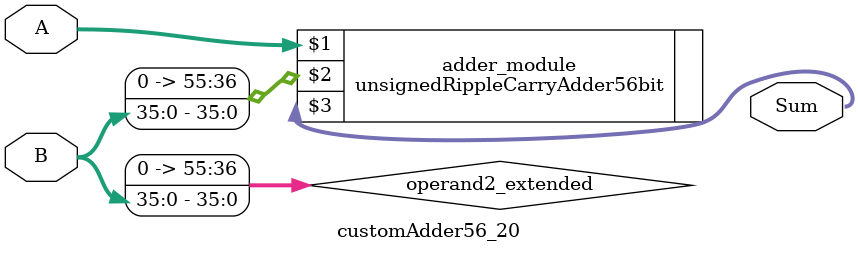
<source format=v>
module customAdder56_20(
                        input [55 : 0] A,
                        input [35 : 0] B,
                        
                        output [56 : 0] Sum
                );

        wire [55 : 0] operand2_extended;
        
        assign operand2_extended =  {20'b0, B};
        
        unsignedRippleCarryAdder56bit adder_module(
            A,
            operand2_extended,
            Sum
        );
        
        endmodule
        
</source>
